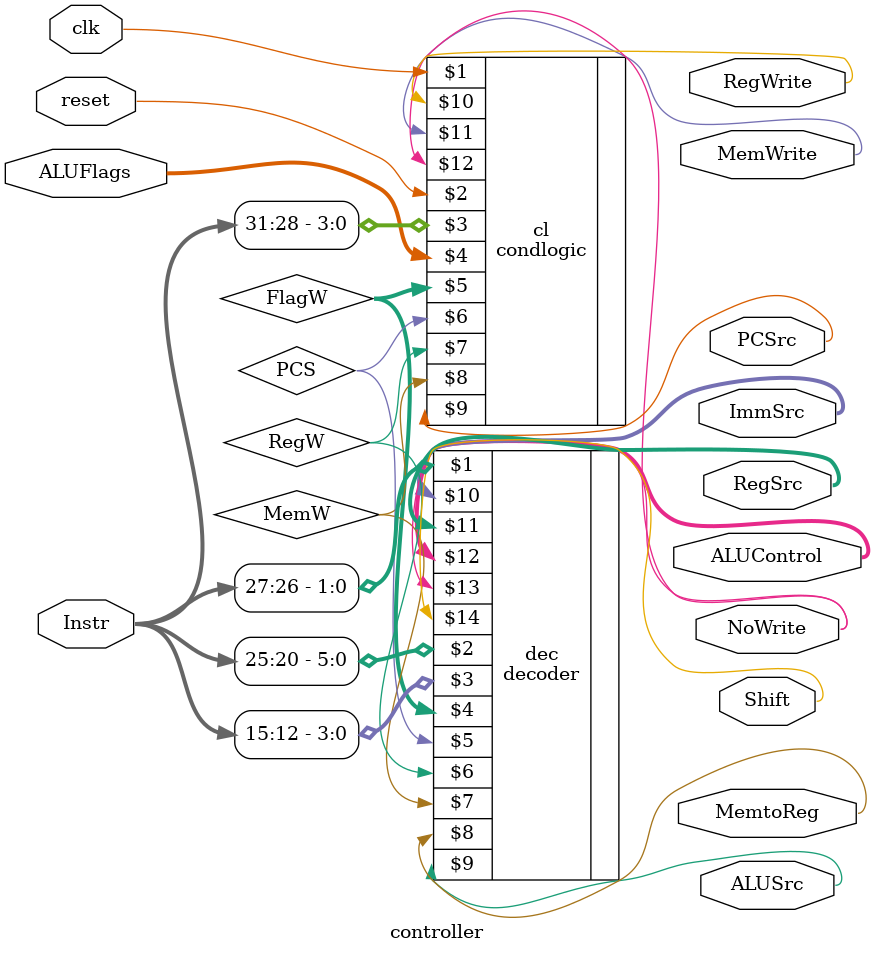
<source format=sv>
module controller(  input logic clk, reset,
                    input logic [31:12] Instr,
                    input logic [3:0] ALUFlags,
                    output logic [1:0] RegSrc,
                    output logic RegWrite,
                    output logic [1:0] ImmSrc,
                    output logic ALUSrc,
                    output logic [2:0] ALUControl,
                    output logic MemWrite, MemtoReg,
                    output logic PCSrc,
                    output logic NoWrite,
                    output logic Shift
                    );
logic [1:0] FlagW;
logic PCS, RegW, MemW;

decoder dec(    Instr[27:26], Instr[25:20], Instr[15:12],
                FlagW, PCS, RegW, MemW,
                MemtoReg, ALUSrc, ImmSrc, RegSrc, ALUControl,
                NoWrite, Shift 
                );

condlogic cl(   clk, reset, Instr[31:28], ALUFlags,
                FlagW, PCS, RegW, MemW,
                PCSrc, RegWrite, MemWrite,
                NoWrite
                );

endmodule
</source>
